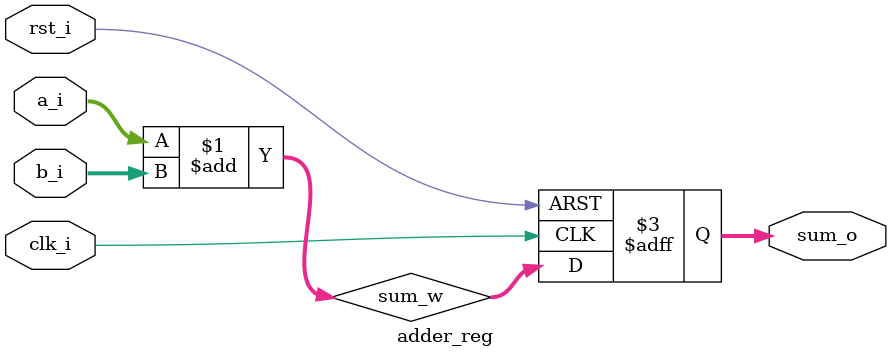
<source format=v>

module adder_reg #(
  parameter Width = 32
) (
  input                         rst_i,
  input                         clk_i,
  input      signed [Width-1:0] a_i,
  input      signed [Width-1:0] b_i,
  output reg signed [Width-1:0] sum_o
);
  
  wire [Width-1:0] sum_w;
  assign sum_w = a_i + b_i;
  
  always @(posedge clk_i, posedge rst_i) begin
    if (rst_i) begin 
      sum_o <= 0;
    end else begin
      sum_o <= sum_w;
    end
  end

endmodule

</source>
